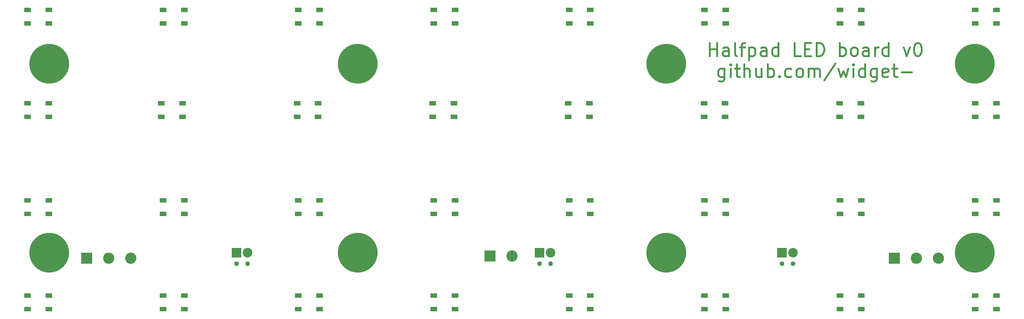
<source format=gbr>
%TF.GenerationSoftware,KiCad,Pcbnew,(5.1.10)-1*%
%TF.CreationDate,2021-06-03T19:49:58-05:00*%
%TF.ProjectId,step_led_panel,73746570-5f6c-4656-945f-70616e656c2e,rev?*%
%TF.SameCoordinates,Original*%
%TF.FileFunction,Soldermask,Top*%
%TF.FilePolarity,Negative*%
%FSLAX46Y46*%
G04 Gerber Fmt 4.6, Leading zero omitted, Abs format (unit mm)*
G04 Created by KiCad (PCBNEW (5.1.10)-1) date 2021-06-03 19:49:58*
%MOMM*%
%LPD*%
G01*
G04 APERTURE LIST*
%ADD10C,0.400000*%
%ADD11C,9.200000*%
%ADD12C,5.700000*%
%ADD13C,1.100000*%
%ADD14C,2.200000*%
%ADD15R,2.200000X2.200000*%
%ADD16C,2.600000*%
%ADD17R,2.600000X2.600000*%
%ADD18R,1.500000X1.000000*%
G04 APERTURE END LIST*
D10*
X159792857Y-14147142D02*
X159792857Y-11147142D01*
X159792857Y-12575714D02*
X161507142Y-12575714D01*
X161507142Y-14147142D02*
X161507142Y-11147142D01*
X164221428Y-14147142D02*
X164221428Y-12575714D01*
X164078571Y-12290000D01*
X163792857Y-12147142D01*
X163221428Y-12147142D01*
X162935714Y-12290000D01*
X164221428Y-14004285D02*
X163935714Y-14147142D01*
X163221428Y-14147142D01*
X162935714Y-14004285D01*
X162792857Y-13718571D01*
X162792857Y-13432857D01*
X162935714Y-13147142D01*
X163221428Y-13004285D01*
X163935714Y-13004285D01*
X164221428Y-12861428D01*
X166078571Y-14147142D02*
X165792857Y-14004285D01*
X165650000Y-13718571D01*
X165650000Y-11147142D01*
X166792857Y-12147142D02*
X167935714Y-12147142D01*
X167221428Y-14147142D02*
X167221428Y-11575714D01*
X167364285Y-11290000D01*
X167650000Y-11147142D01*
X167935714Y-11147142D01*
X168935714Y-12147142D02*
X168935714Y-15147142D01*
X168935714Y-12290000D02*
X169221428Y-12147142D01*
X169792857Y-12147142D01*
X170078571Y-12290000D01*
X170221428Y-12432857D01*
X170364285Y-12718571D01*
X170364285Y-13575714D01*
X170221428Y-13861428D01*
X170078571Y-14004285D01*
X169792857Y-14147142D01*
X169221428Y-14147142D01*
X168935714Y-14004285D01*
X172935714Y-14147142D02*
X172935714Y-12575714D01*
X172792857Y-12290000D01*
X172507142Y-12147142D01*
X171935714Y-12147142D01*
X171650000Y-12290000D01*
X172935714Y-14004285D02*
X172650000Y-14147142D01*
X171935714Y-14147142D01*
X171650000Y-14004285D01*
X171507142Y-13718571D01*
X171507142Y-13432857D01*
X171650000Y-13147142D01*
X171935714Y-13004285D01*
X172650000Y-13004285D01*
X172935714Y-12861428D01*
X175650000Y-14147142D02*
X175650000Y-11147142D01*
X175650000Y-14004285D02*
X175364285Y-14147142D01*
X174792857Y-14147142D01*
X174507142Y-14004285D01*
X174364285Y-13861428D01*
X174221428Y-13575714D01*
X174221428Y-12718571D01*
X174364285Y-12432857D01*
X174507142Y-12290000D01*
X174792857Y-12147142D01*
X175364285Y-12147142D01*
X175650000Y-12290000D01*
X180792857Y-14147142D02*
X179364285Y-14147142D01*
X179364285Y-11147142D01*
X181792857Y-12575714D02*
X182792857Y-12575714D01*
X183221428Y-14147142D02*
X181792857Y-14147142D01*
X181792857Y-11147142D01*
X183221428Y-11147142D01*
X184507142Y-14147142D02*
X184507142Y-11147142D01*
X185221428Y-11147142D01*
X185650000Y-11290000D01*
X185935714Y-11575714D01*
X186078571Y-11861428D01*
X186221428Y-12432857D01*
X186221428Y-12861428D01*
X186078571Y-13432857D01*
X185935714Y-13718571D01*
X185650000Y-14004285D01*
X185221428Y-14147142D01*
X184507142Y-14147142D01*
X189792857Y-14147142D02*
X189792857Y-11147142D01*
X189792857Y-12290000D02*
X190078571Y-12147142D01*
X190650000Y-12147142D01*
X190935714Y-12290000D01*
X191078571Y-12432857D01*
X191221428Y-12718571D01*
X191221428Y-13575714D01*
X191078571Y-13861428D01*
X190935714Y-14004285D01*
X190650000Y-14147142D01*
X190078571Y-14147142D01*
X189792857Y-14004285D01*
X192935714Y-14147142D02*
X192650000Y-14004285D01*
X192507142Y-13861428D01*
X192364285Y-13575714D01*
X192364285Y-12718571D01*
X192507142Y-12432857D01*
X192650000Y-12290000D01*
X192935714Y-12147142D01*
X193364285Y-12147142D01*
X193650000Y-12290000D01*
X193792857Y-12432857D01*
X193935714Y-12718571D01*
X193935714Y-13575714D01*
X193792857Y-13861428D01*
X193650000Y-14004285D01*
X193364285Y-14147142D01*
X192935714Y-14147142D01*
X196507142Y-14147142D02*
X196507142Y-12575714D01*
X196364285Y-12290000D01*
X196078571Y-12147142D01*
X195507142Y-12147142D01*
X195221428Y-12290000D01*
X196507142Y-14004285D02*
X196221428Y-14147142D01*
X195507142Y-14147142D01*
X195221428Y-14004285D01*
X195078571Y-13718571D01*
X195078571Y-13432857D01*
X195221428Y-13147142D01*
X195507142Y-13004285D01*
X196221428Y-13004285D01*
X196507142Y-12861428D01*
X197935714Y-14147142D02*
X197935714Y-12147142D01*
X197935714Y-12718571D02*
X198078571Y-12432857D01*
X198221428Y-12290000D01*
X198507142Y-12147142D01*
X198792857Y-12147142D01*
X201078571Y-14147142D02*
X201078571Y-11147142D01*
X201078571Y-14004285D02*
X200792857Y-14147142D01*
X200221428Y-14147142D01*
X199935714Y-14004285D01*
X199792857Y-13861428D01*
X199650000Y-13575714D01*
X199650000Y-12718571D01*
X199792857Y-12432857D01*
X199935714Y-12290000D01*
X200221428Y-12147142D01*
X200792857Y-12147142D01*
X201078571Y-12290000D01*
X204507142Y-12147142D02*
X205221428Y-14147142D01*
X205935714Y-12147142D01*
X207650000Y-11147142D02*
X207935714Y-11147142D01*
X208221428Y-11290000D01*
X208364285Y-11432857D01*
X208507142Y-11718571D01*
X208650000Y-12290000D01*
X208650000Y-13004285D01*
X208507142Y-13575714D01*
X208364285Y-13861428D01*
X208221428Y-14004285D01*
X207935714Y-14147142D01*
X207650000Y-14147142D01*
X207364285Y-14004285D01*
X207221428Y-13861428D01*
X207078571Y-13575714D01*
X206935714Y-13004285D01*
X206935714Y-12290000D01*
X207078571Y-11718571D01*
X207221428Y-11432857D01*
X207364285Y-11290000D01*
X207650000Y-11147142D01*
X163221428Y-17047142D02*
X163221428Y-19475714D01*
X163078571Y-19761428D01*
X162935714Y-19904285D01*
X162650000Y-20047142D01*
X162221428Y-20047142D01*
X161935714Y-19904285D01*
X163221428Y-18904285D02*
X162935714Y-19047142D01*
X162364285Y-19047142D01*
X162078571Y-18904285D01*
X161935714Y-18761428D01*
X161792857Y-18475714D01*
X161792857Y-17618571D01*
X161935714Y-17332857D01*
X162078571Y-17190000D01*
X162364285Y-17047142D01*
X162935714Y-17047142D01*
X163221428Y-17190000D01*
X164650000Y-19047142D02*
X164650000Y-17047142D01*
X164650000Y-16047142D02*
X164507142Y-16190000D01*
X164650000Y-16332857D01*
X164792857Y-16190000D01*
X164650000Y-16047142D01*
X164650000Y-16332857D01*
X165650000Y-17047142D02*
X166792857Y-17047142D01*
X166078571Y-16047142D02*
X166078571Y-18618571D01*
X166221428Y-18904285D01*
X166507142Y-19047142D01*
X166792857Y-19047142D01*
X167792857Y-19047142D02*
X167792857Y-16047142D01*
X169078571Y-19047142D02*
X169078571Y-17475714D01*
X168935714Y-17190000D01*
X168650000Y-17047142D01*
X168221428Y-17047142D01*
X167935714Y-17190000D01*
X167792857Y-17332857D01*
X171792857Y-17047142D02*
X171792857Y-19047142D01*
X170507142Y-17047142D02*
X170507142Y-18618571D01*
X170650000Y-18904285D01*
X170935714Y-19047142D01*
X171364285Y-19047142D01*
X171650000Y-18904285D01*
X171792857Y-18761428D01*
X173221428Y-19047142D02*
X173221428Y-16047142D01*
X173221428Y-17190000D02*
X173507142Y-17047142D01*
X174078571Y-17047142D01*
X174364285Y-17190000D01*
X174507142Y-17332857D01*
X174650000Y-17618571D01*
X174650000Y-18475714D01*
X174507142Y-18761428D01*
X174364285Y-18904285D01*
X174078571Y-19047142D01*
X173507142Y-19047142D01*
X173221428Y-18904285D01*
X175935714Y-18761428D02*
X176078571Y-18904285D01*
X175935714Y-19047142D01*
X175792857Y-18904285D01*
X175935714Y-18761428D01*
X175935714Y-19047142D01*
X178650000Y-18904285D02*
X178364285Y-19047142D01*
X177792857Y-19047142D01*
X177507142Y-18904285D01*
X177364285Y-18761428D01*
X177221428Y-18475714D01*
X177221428Y-17618571D01*
X177364285Y-17332857D01*
X177507142Y-17190000D01*
X177792857Y-17047142D01*
X178364285Y-17047142D01*
X178650000Y-17190000D01*
X180364285Y-19047142D02*
X180078571Y-18904285D01*
X179935714Y-18761428D01*
X179792857Y-18475714D01*
X179792857Y-17618571D01*
X179935714Y-17332857D01*
X180078571Y-17190000D01*
X180364285Y-17047142D01*
X180792857Y-17047142D01*
X181078571Y-17190000D01*
X181221428Y-17332857D01*
X181364285Y-17618571D01*
X181364285Y-18475714D01*
X181221428Y-18761428D01*
X181078571Y-18904285D01*
X180792857Y-19047142D01*
X180364285Y-19047142D01*
X182650000Y-19047142D02*
X182650000Y-17047142D01*
X182650000Y-17332857D02*
X182792857Y-17190000D01*
X183078571Y-17047142D01*
X183507142Y-17047142D01*
X183792857Y-17190000D01*
X183935714Y-17475714D01*
X183935714Y-19047142D01*
X183935714Y-17475714D02*
X184078571Y-17190000D01*
X184364285Y-17047142D01*
X184792857Y-17047142D01*
X185078571Y-17190000D01*
X185221428Y-17475714D01*
X185221428Y-19047142D01*
X188792857Y-15904285D02*
X186221428Y-19761428D01*
X189507142Y-17047142D02*
X190078571Y-19047142D01*
X190650000Y-17618571D01*
X191221428Y-19047142D01*
X191792857Y-17047142D01*
X192935714Y-19047142D02*
X192935714Y-17047142D01*
X192935714Y-16047142D02*
X192792857Y-16190000D01*
X192935714Y-16332857D01*
X193078571Y-16190000D01*
X192935714Y-16047142D01*
X192935714Y-16332857D01*
X195650000Y-19047142D02*
X195650000Y-16047142D01*
X195650000Y-18904285D02*
X195364285Y-19047142D01*
X194792857Y-19047142D01*
X194507142Y-18904285D01*
X194364285Y-18761428D01*
X194221428Y-18475714D01*
X194221428Y-17618571D01*
X194364285Y-17332857D01*
X194507142Y-17190000D01*
X194792857Y-17047142D01*
X195364285Y-17047142D01*
X195650000Y-17190000D01*
X198364285Y-17047142D02*
X198364285Y-19475714D01*
X198221428Y-19761428D01*
X198078571Y-19904285D01*
X197792857Y-20047142D01*
X197364285Y-20047142D01*
X197078571Y-19904285D01*
X198364285Y-18904285D02*
X198078571Y-19047142D01*
X197507142Y-19047142D01*
X197221428Y-18904285D01*
X197078571Y-18761428D01*
X196935714Y-18475714D01*
X196935714Y-17618571D01*
X197078571Y-17332857D01*
X197221428Y-17190000D01*
X197507142Y-17047142D01*
X198078571Y-17047142D01*
X198364285Y-17190000D01*
X200935714Y-18904285D02*
X200650000Y-19047142D01*
X200078571Y-19047142D01*
X199792857Y-18904285D01*
X199650000Y-18618571D01*
X199650000Y-17475714D01*
X199792857Y-17190000D01*
X200078571Y-17047142D01*
X200650000Y-17047142D01*
X200935714Y-17190000D01*
X201078571Y-17475714D01*
X201078571Y-17761428D01*
X199650000Y-18047142D01*
X201935714Y-17047142D02*
X203078571Y-17047142D01*
X202364285Y-16047142D02*
X202364285Y-18618571D01*
X202507142Y-18904285D01*
X202792857Y-19047142D01*
X203078571Y-19047142D01*
X204078571Y-17904285D02*
X206364285Y-17904285D01*
D11*
%TO.C,H8*%
X220980000Y-59690000D03*
D12*
X220980000Y-59690000D03*
%TD*%
D11*
%TO.C,H7*%
X220980000Y-16002000D03*
D12*
X220980000Y-16002000D03*
%TD*%
D11*
%TO.C,H6*%
X149860000Y-59690000D03*
D12*
X149860000Y-59690000D03*
%TD*%
D11*
%TO.C,H5*%
X149860000Y-16002000D03*
D12*
X149860000Y-16002000D03*
%TD*%
D11*
%TO.C,H4*%
X78740000Y-59690000D03*
D12*
X78740000Y-59690000D03*
%TD*%
D11*
%TO.C,H3*%
X78740000Y-16002000D03*
D12*
X78740000Y-16002000D03*
%TD*%
D11*
%TO.C,H2*%
X7620000Y-59690000D03*
D12*
X7620000Y-59690000D03*
%TD*%
D11*
%TO.C,H1*%
X7620000Y-16002000D03*
D12*
X7620000Y-16002000D03*
%TD*%
D13*
%TO.C,FSR2*%
X123190000Y-62230000D03*
D14*
X123190000Y-59690000D03*
D13*
X120650000Y-62230000D03*
D15*
X120650000Y-59690000D03*
%TD*%
D16*
%TO.C,J3*%
X114300000Y-60452000D03*
D17*
X109220000Y-60452000D03*
%TD*%
D13*
%TO.C,FSR3*%
X179070000Y-62230000D03*
D14*
X179070000Y-59690000D03*
D13*
X176530000Y-62230000D03*
D15*
X176530000Y-59690000D03*
%TD*%
D13*
%TO.C,FSR1*%
X53340000Y-62230000D03*
D14*
X53340000Y-59690000D03*
D13*
X50800000Y-62230000D03*
D15*
X50800000Y-59690000D03*
%TD*%
D18*
%TO.C,LED21*%
X127452856Y-47506666D03*
X127452856Y-50706666D03*
X132352856Y-47506666D03*
X132352856Y-50706666D03*
%TD*%
%TO.C,LED32*%
X221070000Y-69520000D03*
X221070000Y-72720000D03*
X225970000Y-69520000D03*
X225970000Y-72720000D03*
%TD*%
%TO.C,LED31*%
X189864284Y-69520000D03*
X189864284Y-72720000D03*
X194764284Y-69520000D03*
X194764284Y-72720000D03*
%TD*%
%TO.C,LED30*%
X158658570Y-69520000D03*
X158658570Y-72720000D03*
X163558570Y-69520000D03*
X163558570Y-72720000D03*
%TD*%
%TO.C,LED29*%
X127452856Y-69520000D03*
X127452856Y-72720000D03*
X132352856Y-69520000D03*
X132352856Y-72720000D03*
%TD*%
%TO.C,LED28*%
X96247142Y-69520000D03*
X96247142Y-72720000D03*
X101147142Y-69520000D03*
X101147142Y-72720000D03*
%TD*%
%TO.C,LED27*%
X65041428Y-69520000D03*
X65041428Y-72720000D03*
X69941428Y-69520000D03*
X69941428Y-72720000D03*
%TD*%
%TO.C,LED26*%
X33835714Y-69520000D03*
X33835714Y-72720000D03*
X38735714Y-69520000D03*
X38735714Y-72720000D03*
%TD*%
%TO.C,LED25*%
X2630000Y-69520000D03*
X2630000Y-72720000D03*
X7530000Y-69520000D03*
X7530000Y-72720000D03*
%TD*%
%TO.C,LED24*%
X221070000Y-47506666D03*
X221070000Y-50706666D03*
X225970000Y-47506666D03*
X225970000Y-50706666D03*
%TD*%
%TO.C,LED23*%
X189864284Y-47506666D03*
X189864284Y-50706666D03*
X194764284Y-47506666D03*
X194764284Y-50706666D03*
%TD*%
%TO.C,LED22*%
X158658570Y-47506666D03*
X158658570Y-50706666D03*
X163558570Y-47506666D03*
X163558570Y-50706666D03*
%TD*%
%TO.C,LED20*%
X96247142Y-47506666D03*
X96247142Y-50706666D03*
X101147142Y-47506666D03*
X101147142Y-50706666D03*
%TD*%
%TO.C,LED19*%
X65041428Y-47506666D03*
X65041428Y-50706666D03*
X69941428Y-47506666D03*
X69941428Y-50706666D03*
%TD*%
%TO.C,LED18*%
X33835714Y-47506666D03*
X33835714Y-50706666D03*
X38735714Y-47506666D03*
X38735714Y-50706666D03*
%TD*%
%TO.C,LED17*%
X2630000Y-47506666D03*
X2630000Y-50706666D03*
X7530000Y-47506666D03*
X7530000Y-50706666D03*
%TD*%
%TO.C,LED16*%
X221070000Y-25070000D03*
X221070000Y-28270000D03*
X225970000Y-25070000D03*
X225970000Y-28270000D03*
%TD*%
%TO.C,LED15*%
X189798572Y-25070000D03*
X189798572Y-28270000D03*
X194698572Y-25070000D03*
X194698572Y-28270000D03*
%TD*%
%TO.C,LED14*%
X158527144Y-25070000D03*
X158527144Y-28270000D03*
X163427144Y-25070000D03*
X163427144Y-28270000D03*
%TD*%
%TO.C,LED13*%
X127255716Y-25070000D03*
X127255716Y-28270000D03*
X132155716Y-25070000D03*
X132155716Y-28270000D03*
%TD*%
%TO.C,LED12*%
X95984288Y-25070000D03*
X95984288Y-28270000D03*
X100884288Y-25070000D03*
X100884288Y-28270000D03*
%TD*%
%TO.C,LED11*%
X64712860Y-25070000D03*
X64712860Y-28270000D03*
X69612860Y-25070000D03*
X69612860Y-28270000D03*
%TD*%
%TO.C,LED10*%
X33441432Y-25070000D03*
X33441432Y-28270000D03*
X38341432Y-25070000D03*
X38341432Y-28270000D03*
%TD*%
%TO.C,LED9*%
X2630000Y-25070000D03*
X2630000Y-28270000D03*
X7530000Y-25070000D03*
X7530000Y-28270000D03*
%TD*%
%TO.C,LED8*%
X221070000Y-3480000D03*
X221070000Y-6680000D03*
X225970000Y-3480000D03*
X225970000Y-6680000D03*
%TD*%
%TO.C,LED7*%
X189864284Y-3480000D03*
X189864284Y-6680000D03*
X194764284Y-3480000D03*
X194764284Y-6680000D03*
%TD*%
%TO.C,LED6*%
X158658570Y-3480000D03*
X158658570Y-6680000D03*
X163558570Y-3480000D03*
X163558570Y-6680000D03*
%TD*%
%TO.C,LED5*%
X127452856Y-3480000D03*
X127452856Y-6680000D03*
X132352856Y-3480000D03*
X132352856Y-6680000D03*
%TD*%
%TO.C,LED4*%
X96247142Y-3480000D03*
X96247142Y-6680000D03*
X101147142Y-3480000D03*
X101147142Y-6680000D03*
%TD*%
%TO.C,LED3*%
X65041428Y-3480000D03*
X65041428Y-6680000D03*
X69941428Y-3480000D03*
X69941428Y-6680000D03*
%TD*%
%TO.C,LED2*%
X33835714Y-3480000D03*
X33835714Y-6680000D03*
X38735714Y-3480000D03*
X38735714Y-6680000D03*
%TD*%
%TO.C,LED1*%
X2630000Y-3480000D03*
X2630000Y-6680000D03*
X7530000Y-3480000D03*
X7530000Y-6680000D03*
%TD*%
D16*
%TO.C,J2*%
X212598000Y-60960000D03*
X207518000Y-60960000D03*
D17*
X202438000Y-60960000D03*
%TD*%
D16*
%TO.C,J1*%
X26416000Y-60960000D03*
X21336000Y-60960000D03*
D17*
X16256000Y-60960000D03*
%TD*%
M02*

</source>
